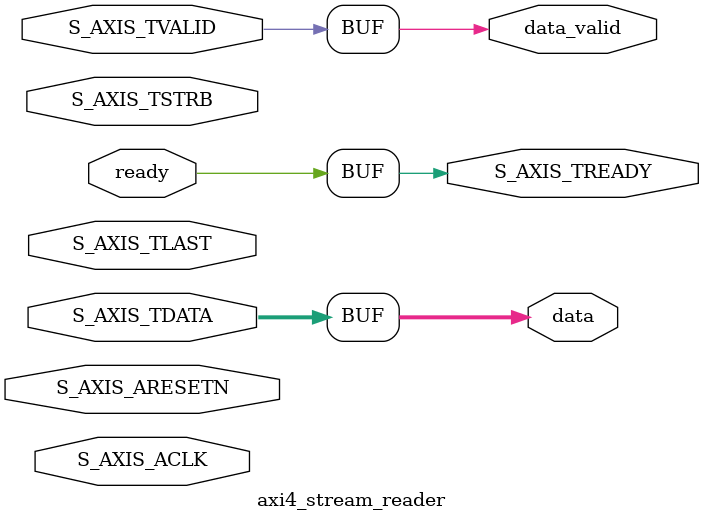
<source format=v>
/*
 * StreamIF - AXI4 Memory Mapped to AXI4 Stream Interface Library
 * Copyright (C) 2017 Taner Guven <tanerguven@gmail.com>
 *
 * This library is free software; you can redistribute it and/or
 * modify it under the terms of the GNU Lesser General Public
 * License as published by the Free Software Foundation; either
 * version 2.1 of the License, or (at your option) any later version.
 *
 * This library is distributed in the hope that it will be useful,
 * but WITHOUT ANY WARRANTY; without even the implied warranty of
 * MERCHANTABILITY or FITNESS FOR A PARTICULAR PURPOSE.  See the GNU
 * Lesser General Public License for more details.
 *
 * You should have received a copy of GNU Lesser General Public License
 * along with this library. If not, see <http://www.gnu.org/licenses/>.
 */
`timescale 1 ns / 1 ps

module axi4_stream_reader #
  (
   parameter integer C_S_AXIS_TDATA_WIDTH = 32
   )
  (
   /* axi4-stream ports */
   input wire                                  S_AXIS_ACLK,
   input wire                                  S_AXIS_ARESETN,
   output wire                                 S_AXIS_TREADY,
   input wire [C_S_AXIS_TDATA_WIDTH-1 : 0]     S_AXIS_TDATA,
   input wire [(C_S_AXIS_TDATA_WIDTH/8)-1 : 0] S_AXIS_TSTRB,
   input wire                                  S_AXIS_TLAST,
   input wire                                  S_AXIS_TVALID,
   /* control signals */
   input wire                                  ready,
   output wire                                 data_valid,
   output wire [C_S_AXIS_TDATA_WIDTH-1:0]      data
   // FIXME: data_last
   );

  /* io connections */
  assign S_AXIS_TREADY = ready;
  assign data_valid = S_AXIS_TVALID;
  assign data = S_AXIS_TDATA;

endmodule

</source>
